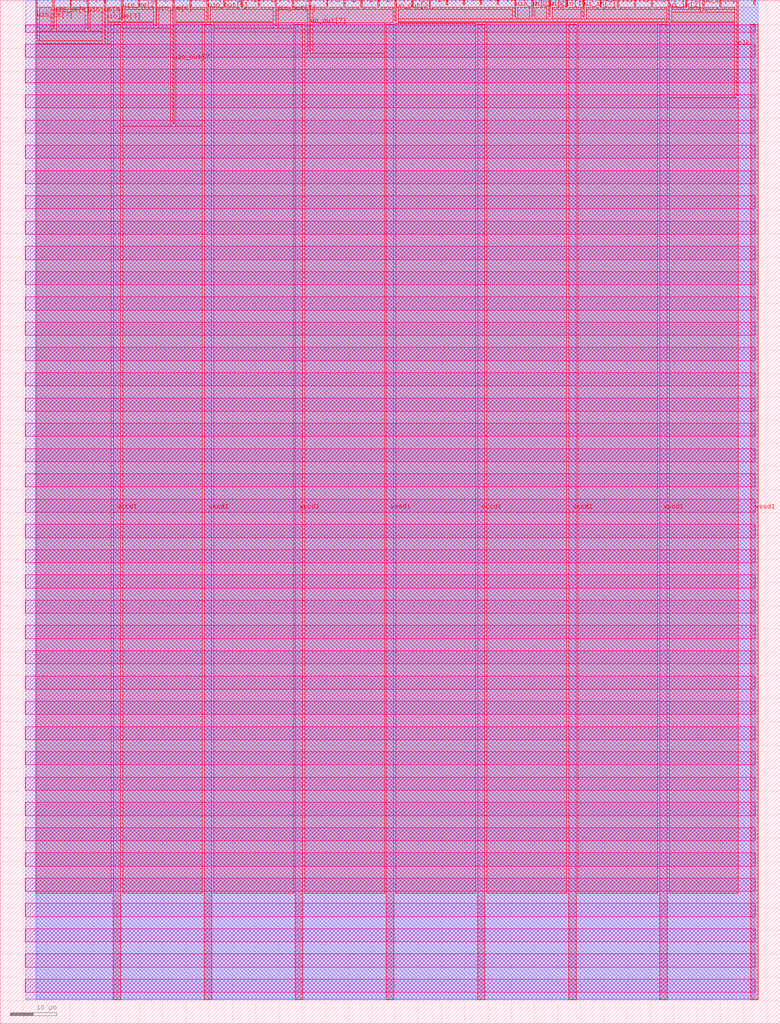
<source format=lef>
VERSION 5.7 ;
  NOWIREEXTENSIONATPIN ON ;
  DIVIDERCHAR "/" ;
  BUSBITCHARS "[]" ;
MACRO tt_um_millerresearch_top
  CLASS BLOCK ;
  FOREIGN tt_um_millerresearch_top ;
  ORIGIN 0.000 0.000 ;
  SIZE 167.900 BY 220.320 ;
  PIN clk
    DIRECTION INPUT ;
    USE SIGNAL ;
    PORT
      LAYER met4 ;
        RECT 158.550 199.740 158.850 220.320 ;
    END
  END clk
  PIN ena
    DIRECTION INPUT ;
    USE SIGNAL ;
    PORT
      LAYER met4 ;
        RECT 162.230 219.320 162.530 220.320 ;
    END
  END ena
  PIN rst_n
    DIRECTION INPUT ;
    USE SIGNAL ;
    PORT
      LAYER met4 ;
        RECT 154.870 218.780 155.170 220.320 ;
    END
  END rst_n
  PIN ui_in[0]
    DIRECTION INPUT ;
    USE SIGNAL ;
    PORT
      LAYER met4 ;
        RECT 151.190 218.100 151.490 220.320 ;
    END
  END ui_in[0]
  PIN ui_in[1]
    DIRECTION INPUT ;
    USE SIGNAL ;
    PORT
      LAYER met4 ;
        RECT 147.510 218.780 147.810 220.320 ;
    END
  END ui_in[1]
  PIN ui_in[2]
    DIRECTION INPUT ;
    USE SIGNAL ;
    PORT
      LAYER met4 ;
        RECT 143.830 216.060 144.130 220.320 ;
    END
  END ui_in[2]
  PIN ui_in[3]
    DIRECTION INPUT ;
    USE SIGNAL ;
    PORT
      LAYER met4 ;
        RECT 140.150 218.780 140.450 220.320 ;
    END
  END ui_in[3]
  PIN ui_in[4]
    DIRECTION INPUT ;
    USE SIGNAL ;
    PORT
      LAYER met4 ;
        RECT 136.470 218.780 136.770 220.320 ;
    END
  END ui_in[4]
  PIN ui_in[5]
    DIRECTION INPUT ;
    USE SIGNAL ;
    PORT
      LAYER met4 ;
        RECT 132.790 218.780 133.090 220.320 ;
    END
  END ui_in[5]
  PIN ui_in[6]
    DIRECTION INPUT ;
    USE SIGNAL ;
    PORT
      LAYER met4 ;
        RECT 129.110 218.780 129.410 220.320 ;
    END
  END ui_in[6]
  PIN ui_in[7]
    DIRECTION INPUT ;
    USE SIGNAL ;
    PORT
      LAYER met4 ;
        RECT 125.430 216.740 125.730 220.320 ;
    END
  END ui_in[7]
  PIN uio_in[0]
    DIRECTION INPUT ;
    USE SIGNAL ;
    PORT
      LAYER met4 ;
        RECT 121.750 218.780 122.050 220.320 ;
    END
  END uio_in[0]
  PIN uio_in[1]
    DIRECTION INPUT ;
    USE SIGNAL ;
    PORT
      LAYER met4 ;
        RECT 118.070 216.740 118.370 220.320 ;
    END
  END uio_in[1]
  PIN uio_in[2]
    DIRECTION INPUT ;
    USE SIGNAL ;
    PORT
      LAYER met4 ;
        RECT 114.390 216.740 114.690 220.320 ;
    END
  END uio_in[2]
  PIN uio_in[3]
    DIRECTION INPUT ;
    USE SIGNAL ;
    PORT
      LAYER met4 ;
        RECT 110.710 216.740 111.010 220.320 ;
    END
  END uio_in[3]
  PIN uio_in[4]
    DIRECTION INPUT ;
    USE SIGNAL ;
    PORT
      LAYER met4 ;
        RECT 107.030 219.320 107.330 220.320 ;
    END
  END uio_in[4]
  PIN uio_in[5]
    DIRECTION INPUT ;
    USE SIGNAL ;
    PORT
      LAYER met4 ;
        RECT 103.350 219.320 103.650 220.320 ;
    END
  END uio_in[5]
  PIN uio_in[6]
    DIRECTION INPUT ;
    USE SIGNAL ;
    PORT
      LAYER met4 ;
        RECT 99.670 219.320 99.970 220.320 ;
    END
  END uio_in[6]
  PIN uio_in[7]
    DIRECTION INPUT ;
    USE SIGNAL ;
    PORT
      LAYER met4 ;
        RECT 95.990 219.320 96.290 220.320 ;
    END
  END uio_in[7]
  PIN uio_oe[0]
    DIRECTION OUTPUT TRISTATE ;
    USE SIGNAL ;
    PORT
      LAYER met4 ;
        RECT 33.430 214.700 33.730 220.320 ;
    END
  END uio_oe[0]
  PIN uio_oe[1]
    DIRECTION OUTPUT TRISTATE ;
    USE SIGNAL ;
    PORT
      LAYER met4 ;
        RECT 29.750 218.780 30.050 220.320 ;
    END
  END uio_oe[1]
  PIN uio_oe[2]
    DIRECTION OUTPUT TRISTATE ;
    USE SIGNAL ;
    PORT
      LAYER met4 ;
        RECT 26.070 216.060 26.370 220.320 ;
    END
  END uio_oe[2]
  PIN uio_oe[3]
    DIRECTION OUTPUT TRISTATE ;
    USE SIGNAL ;
    PORT
      LAYER met4 ;
        RECT 22.390 211.300 22.690 220.320 ;
    END
  END uio_oe[3]
  PIN uio_oe[4]
    DIRECTION OUTPUT TRISTATE ;
    USE SIGNAL ;
    PORT
      LAYER met4 ;
        RECT 18.710 214.020 19.010 220.320 ;
    END
  END uio_oe[4]
  PIN uio_oe[5]
    DIRECTION OUTPUT TRISTATE ;
    USE SIGNAL ;
    PORT
      LAYER met4 ;
        RECT 15.030 218.780 15.330 220.320 ;
    END
  END uio_oe[5]
  PIN uio_oe[6]
    DIRECTION OUTPUT TRISTATE ;
    USE SIGNAL ;
    PORT
      LAYER met4 ;
        RECT 11.350 214.020 11.650 220.320 ;
    END
  END uio_oe[6]
  PIN uio_oe[7]
    DIRECTION OUTPUT TRISTATE ;
    USE SIGNAL ;
    PORT
      LAYER met4 ;
        RECT 7.670 211.980 7.970 220.320 ;
    END
  END uio_oe[7]
  PIN uio_out[0]
    DIRECTION OUTPUT TRISTATE ;
    USE SIGNAL ;
    PORT
      LAYER met4 ;
        RECT 62.870 218.780 63.170 220.320 ;
    END
  END uio_out[0]
  PIN uio_out[1]
    DIRECTION OUTPUT TRISTATE ;
    USE SIGNAL ;
    PORT
      LAYER met4 ;
        RECT 59.190 214.700 59.490 220.320 ;
    END
  END uio_out[1]
  PIN uio_out[2]
    DIRECTION OUTPUT TRISTATE ;
    USE SIGNAL ;
    PORT
      LAYER met4 ;
        RECT 55.510 218.780 55.810 220.320 ;
    END
  END uio_out[2]
  PIN uio_out[3]
    DIRECTION OUTPUT TRISTATE ;
    USE SIGNAL ;
    PORT
      LAYER met4 ;
        RECT 51.830 218.780 52.130 220.320 ;
    END
  END uio_out[3]
  PIN uio_out[4]
    DIRECTION OUTPUT TRISTATE ;
    USE SIGNAL ;
    PORT
      LAYER met4 ;
        RECT 48.150 218.780 48.450 220.320 ;
    END
  END uio_out[4]
  PIN uio_out[5]
    DIRECTION OUTPUT TRISTATE ;
    USE SIGNAL ;
    PORT
      LAYER met4 ;
        RECT 44.470 216.060 44.770 220.320 ;
    END
  END uio_out[5]
  PIN uio_out[6]
    DIRECTION OUTPUT TRISTATE ;
    USE SIGNAL ;
    PORT
      LAYER met4 ;
        RECT 40.790 218.780 41.090 220.320 ;
    END
  END uio_out[6]
  PIN uio_out[7]
    DIRECTION OUTPUT TRISTATE ;
    USE SIGNAL ;
    PORT
      LAYER met4 ;
        RECT 37.110 193.620 37.410 220.320 ;
    END
  END uio_out[7]
  PIN uo_out[0]
    DIRECTION OUTPUT TRISTATE ;
    USE SIGNAL ;
    PORT
      LAYER met4 ;
        RECT 92.310 218.780 92.610 220.320 ;
    END
  END uo_out[0]
  PIN uo_out[1]
    DIRECTION OUTPUT TRISTATE ;
    USE SIGNAL ;
    PORT
      LAYER met4 ;
        RECT 88.630 218.780 88.930 220.320 ;
    END
  END uo_out[1]
  PIN uo_out[2]
    DIRECTION OUTPUT TRISTATE ;
    USE SIGNAL ;
    PORT
      LAYER met4 ;
        RECT 84.950 215.750 85.250 220.320 ;
    END
  END uo_out[2]
  PIN uo_out[3]
    DIRECTION OUTPUT TRISTATE ;
    USE SIGNAL ;
    PORT
      LAYER met4 ;
        RECT 81.270 218.780 81.570 220.320 ;
    END
  END uo_out[3]
  PIN uo_out[4]
    DIRECTION OUTPUT TRISTATE ;
    USE SIGNAL ;
    PORT
      LAYER met4 ;
        RECT 77.590 218.780 77.890 220.320 ;
    END
  END uo_out[4]
  PIN uo_out[5]
    DIRECTION OUTPUT TRISTATE ;
    USE SIGNAL ;
    PORT
      LAYER met4 ;
        RECT 73.910 218.780 74.210 220.320 ;
    END
  END uo_out[5]
  PIN uo_out[6]
    DIRECTION OUTPUT TRISTATE ;
    USE SIGNAL ;
    PORT
      LAYER met4 ;
        RECT 70.230 218.780 70.530 220.320 ;
    END
  END uo_out[6]
  PIN uo_out[7]
    DIRECTION OUTPUT TRISTATE ;
    USE SIGNAL ;
    PORT
      LAYER met4 ;
        RECT 66.550 209.260 66.850 220.320 ;
    END
  END uo_out[7]
  PIN vccd1
    DIRECTION INOUT ;
    USE POWER ;
    PORT
      LAYER met4 ;
        RECT 24.325 5.200 25.925 215.120 ;
    END
    PORT
      LAYER met4 ;
        RECT 63.535 5.200 65.135 215.120 ;
    END
    PORT
      LAYER met4 ;
        RECT 102.745 5.200 104.345 215.120 ;
    END
    PORT
      LAYER met4 ;
        RECT 141.955 5.200 143.555 215.120 ;
    END
  END vccd1
  PIN vssd1
    DIRECTION INOUT ;
    USE GROUND ;
    PORT
      LAYER met4 ;
        RECT 43.930 5.200 45.530 215.120 ;
    END
    PORT
      LAYER met4 ;
        RECT 83.140 5.200 84.740 215.120 ;
    END
    PORT
      LAYER met4 ;
        RECT 122.350 5.200 123.950 215.120 ;
    END
    PORT
      LAYER met4 ;
        RECT 161.560 5.200 163.160 215.120 ;
    END
  END vssd1
  OBS
      LAYER nwell ;
        RECT 5.330 213.465 162.570 215.070 ;
        RECT 5.330 208.025 162.570 210.855 ;
        RECT 5.330 202.585 162.570 205.415 ;
        RECT 5.330 197.145 162.570 199.975 ;
        RECT 5.330 191.705 162.570 194.535 ;
        RECT 5.330 186.265 162.570 189.095 ;
        RECT 5.330 180.825 162.570 183.655 ;
        RECT 5.330 175.385 162.570 178.215 ;
        RECT 5.330 169.945 162.570 172.775 ;
        RECT 5.330 164.505 162.570 167.335 ;
        RECT 5.330 159.065 162.570 161.895 ;
        RECT 5.330 153.625 162.570 156.455 ;
        RECT 5.330 148.185 162.570 151.015 ;
        RECT 5.330 142.745 162.570 145.575 ;
        RECT 5.330 137.305 162.570 140.135 ;
        RECT 5.330 131.865 162.570 134.695 ;
        RECT 5.330 126.425 162.570 129.255 ;
        RECT 5.330 120.985 162.570 123.815 ;
        RECT 5.330 115.545 162.570 118.375 ;
        RECT 5.330 110.105 162.570 112.935 ;
        RECT 5.330 104.665 162.570 107.495 ;
        RECT 5.330 99.225 162.570 102.055 ;
        RECT 5.330 93.785 162.570 96.615 ;
        RECT 5.330 88.345 162.570 91.175 ;
        RECT 5.330 82.905 162.570 85.735 ;
        RECT 5.330 77.465 162.570 80.295 ;
        RECT 5.330 72.025 162.570 74.855 ;
        RECT 5.330 66.585 162.570 69.415 ;
        RECT 5.330 61.145 162.570 63.975 ;
        RECT 5.330 55.705 162.570 58.535 ;
        RECT 5.330 50.265 162.570 53.095 ;
        RECT 5.330 44.825 162.570 47.655 ;
        RECT 5.330 39.385 162.570 42.215 ;
        RECT 5.330 33.945 162.570 36.775 ;
        RECT 5.330 28.505 162.570 31.335 ;
        RECT 5.330 23.065 162.570 25.895 ;
        RECT 5.330 17.625 162.570 20.455 ;
        RECT 5.330 12.185 162.570 15.015 ;
        RECT 5.330 6.745 162.570 9.575 ;
      LAYER li1 ;
        RECT 5.520 5.355 162.380 214.965 ;
      LAYER met1 ;
        RECT 5.520 5.200 163.160 220.280 ;
      LAYER met2 ;
        RECT 7.910 5.255 163.130 220.310 ;
      LAYER met3 ;
        RECT 7.630 5.275 163.150 218.785 ;
      LAYER met4 ;
        RECT 8.370 213.620 10.950 218.785 ;
        RECT 12.050 218.380 14.630 218.785 ;
        RECT 15.730 218.380 18.310 218.785 ;
        RECT 12.050 213.620 18.310 218.380 ;
        RECT 19.410 213.620 21.990 218.785 ;
        RECT 8.370 211.580 21.990 213.620 ;
        RECT 7.655 210.900 21.990 211.580 ;
        RECT 23.090 215.660 25.670 218.785 ;
        RECT 26.770 218.380 29.350 218.785 ;
        RECT 30.450 218.380 33.030 218.785 ;
        RECT 26.770 215.660 33.030 218.380 ;
        RECT 23.090 215.520 33.030 215.660 ;
        RECT 23.090 210.900 23.925 215.520 ;
        RECT 7.655 28.055 23.925 210.900 ;
        RECT 26.325 214.300 33.030 215.520 ;
        RECT 34.130 214.300 36.710 218.785 ;
        RECT 26.325 193.220 36.710 214.300 ;
        RECT 37.810 218.380 40.390 218.785 ;
        RECT 41.490 218.380 44.070 218.785 ;
        RECT 37.810 215.660 44.070 218.380 ;
        RECT 45.170 218.380 47.750 218.785 ;
        RECT 48.850 218.380 51.430 218.785 ;
        RECT 52.530 218.380 55.110 218.785 ;
        RECT 56.210 218.380 58.790 218.785 ;
        RECT 45.170 215.660 58.790 218.380 ;
        RECT 37.810 215.520 58.790 215.660 ;
        RECT 37.810 193.220 43.530 215.520 ;
        RECT 26.325 28.055 43.530 193.220 ;
        RECT 45.930 214.300 58.790 215.520 ;
        RECT 59.890 218.380 62.470 218.785 ;
        RECT 63.570 218.380 66.150 218.785 ;
        RECT 59.890 215.520 66.150 218.380 ;
        RECT 59.890 214.300 63.135 215.520 ;
        RECT 45.930 28.055 63.135 214.300 ;
        RECT 65.535 208.860 66.150 215.520 ;
        RECT 67.250 218.380 69.830 218.785 ;
        RECT 70.930 218.380 73.510 218.785 ;
        RECT 74.610 218.380 77.190 218.785 ;
        RECT 78.290 218.380 80.870 218.785 ;
        RECT 81.970 218.380 84.550 218.785 ;
        RECT 67.250 215.520 84.550 218.380 ;
        RECT 85.650 218.380 88.230 218.785 ;
        RECT 89.330 218.380 91.910 218.785 ;
        RECT 93.010 218.380 110.310 218.785 ;
        RECT 85.650 216.340 110.310 218.380 ;
        RECT 111.410 216.340 113.990 218.785 ;
        RECT 115.090 216.340 117.670 218.785 ;
        RECT 118.770 218.380 121.350 218.785 ;
        RECT 122.450 218.380 125.030 218.785 ;
        RECT 118.770 216.340 125.030 218.380 ;
        RECT 126.130 218.380 128.710 218.785 ;
        RECT 129.810 218.380 132.390 218.785 ;
        RECT 133.490 218.380 136.070 218.785 ;
        RECT 137.170 218.380 139.750 218.785 ;
        RECT 140.850 218.380 143.430 218.785 ;
        RECT 126.130 216.340 143.430 218.380 ;
        RECT 85.650 215.660 143.430 216.340 ;
        RECT 144.530 218.380 147.110 218.785 ;
        RECT 148.210 218.380 150.790 218.785 ;
        RECT 144.530 217.700 150.790 218.380 ;
        RECT 151.890 218.380 154.470 218.785 ;
        RECT 155.570 218.380 158.150 218.785 ;
        RECT 151.890 217.700 158.150 218.380 ;
        RECT 144.530 215.660 158.150 217.700 ;
        RECT 85.650 215.520 158.150 215.660 ;
        RECT 67.250 208.860 82.740 215.520 ;
        RECT 85.650 215.350 102.345 215.520 ;
        RECT 65.535 28.055 82.740 208.860 ;
        RECT 85.140 28.055 102.345 215.350 ;
        RECT 104.745 28.055 121.950 215.520 ;
        RECT 124.350 28.055 141.555 215.520 ;
        RECT 143.955 199.340 158.150 215.520 ;
        RECT 143.955 28.055 158.865 199.340 ;
  END
END tt_um_millerresearch_top
END LIBRARY


</source>
